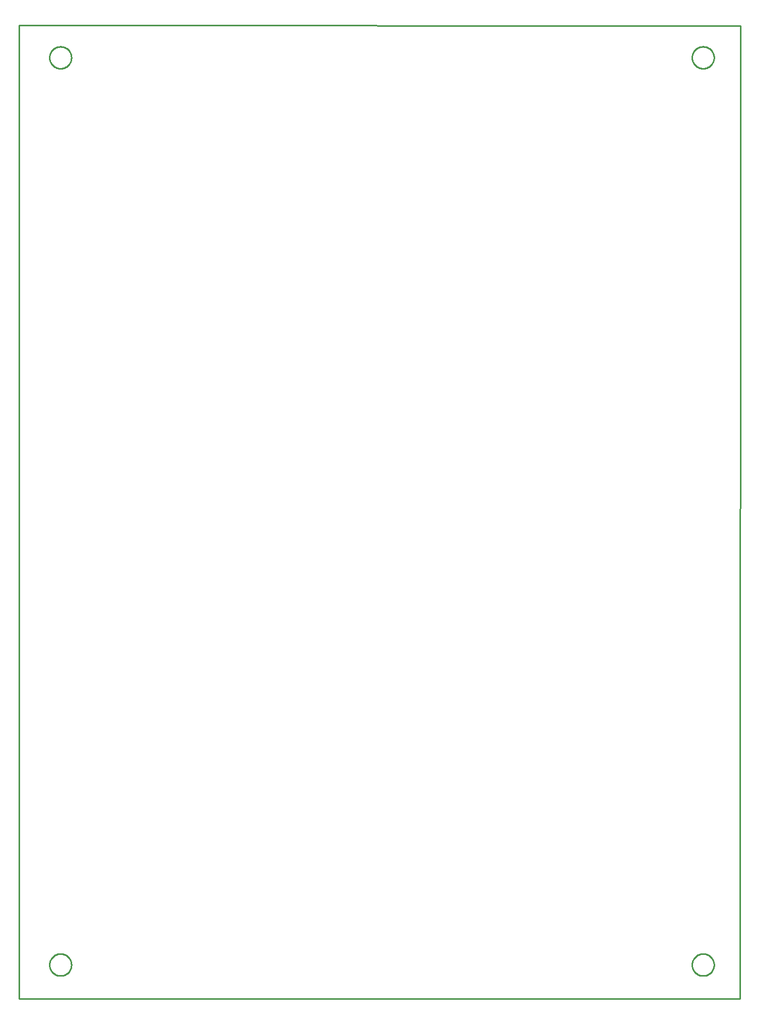
<source format=gbr>
G04 EAGLE Gerber RS-274X export*
G75*
%MOMM*%
%FSLAX34Y34*%
%LPD*%
%IN*%
%IPPOS*%
%AMOC8*
5,1,8,0,0,1.08239X$1,22.5*%
G01*
%ADD10C,0.254000*%


D10*
X96012Y-220218D02*
X1280722Y-219964D01*
X1281738Y1377952D01*
X96266Y1378714D01*
X96012Y-220218D01*
X182338Y-164927D02*
X182261Y-166103D01*
X182107Y-167272D01*
X181877Y-168428D01*
X181572Y-169566D01*
X181193Y-170682D01*
X180742Y-171771D01*
X180221Y-172828D01*
X179632Y-173848D01*
X178977Y-174828D01*
X178260Y-175763D01*
X177483Y-176649D01*
X176649Y-177483D01*
X175763Y-178260D01*
X174828Y-178977D01*
X173848Y-179632D01*
X172828Y-180221D01*
X171771Y-180742D01*
X170682Y-181193D01*
X169566Y-181572D01*
X168428Y-181877D01*
X167272Y-182107D01*
X166103Y-182261D01*
X164927Y-182338D01*
X163749Y-182338D01*
X162573Y-182261D01*
X161404Y-182107D01*
X160248Y-181877D01*
X159110Y-181572D01*
X157994Y-181193D01*
X156905Y-180742D01*
X155848Y-180221D01*
X154828Y-179632D01*
X153848Y-178977D01*
X152913Y-178260D01*
X152027Y-177483D01*
X151193Y-176649D01*
X150416Y-175763D01*
X149699Y-174828D01*
X149044Y-173848D01*
X148455Y-172828D01*
X147934Y-171771D01*
X147483Y-170682D01*
X147104Y-169566D01*
X146799Y-168428D01*
X146569Y-167272D01*
X146415Y-166103D01*
X146338Y-164927D01*
X146338Y-163749D01*
X146415Y-162573D01*
X146569Y-161404D01*
X146799Y-160248D01*
X147104Y-159110D01*
X147483Y-157994D01*
X147934Y-156905D01*
X148455Y-155848D01*
X149044Y-154828D01*
X149699Y-153848D01*
X150416Y-152913D01*
X151193Y-152027D01*
X152027Y-151193D01*
X152913Y-150416D01*
X153848Y-149699D01*
X154828Y-149044D01*
X155848Y-148455D01*
X156905Y-147934D01*
X157994Y-147483D01*
X159110Y-147104D01*
X160248Y-146799D01*
X161404Y-146569D01*
X162573Y-146415D01*
X163749Y-146338D01*
X164927Y-146338D01*
X166103Y-146415D01*
X167272Y-146569D01*
X168428Y-146799D01*
X169566Y-147104D01*
X170682Y-147483D01*
X171771Y-147934D01*
X172828Y-148455D01*
X173848Y-149044D01*
X174828Y-149699D01*
X175763Y-150416D01*
X176649Y-151193D01*
X177483Y-152027D01*
X178260Y-152913D01*
X178977Y-153848D01*
X179632Y-154828D01*
X180221Y-155848D01*
X180742Y-156905D01*
X181193Y-157994D01*
X181572Y-159110D01*
X181877Y-160248D01*
X182107Y-161404D01*
X182261Y-162573D01*
X182338Y-163749D01*
X182338Y-164927D01*
X1238216Y-164927D02*
X1238139Y-166103D01*
X1237985Y-167272D01*
X1237755Y-168428D01*
X1237450Y-169566D01*
X1237071Y-170682D01*
X1236620Y-171771D01*
X1236099Y-172828D01*
X1235510Y-173848D01*
X1234855Y-174828D01*
X1234138Y-175763D01*
X1233361Y-176649D01*
X1232527Y-177483D01*
X1231641Y-178260D01*
X1230706Y-178977D01*
X1229726Y-179632D01*
X1228706Y-180221D01*
X1227649Y-180742D01*
X1226560Y-181193D01*
X1225444Y-181572D01*
X1224306Y-181877D01*
X1223150Y-182107D01*
X1221981Y-182261D01*
X1220805Y-182338D01*
X1219627Y-182338D01*
X1218451Y-182261D01*
X1217282Y-182107D01*
X1216126Y-181877D01*
X1214988Y-181572D01*
X1213872Y-181193D01*
X1212783Y-180742D01*
X1211726Y-180221D01*
X1210706Y-179632D01*
X1209726Y-178977D01*
X1208791Y-178260D01*
X1207905Y-177483D01*
X1207071Y-176649D01*
X1206294Y-175763D01*
X1205577Y-174828D01*
X1204922Y-173848D01*
X1204333Y-172828D01*
X1203812Y-171771D01*
X1203361Y-170682D01*
X1202982Y-169566D01*
X1202677Y-168428D01*
X1202447Y-167272D01*
X1202293Y-166103D01*
X1202216Y-164927D01*
X1202216Y-163749D01*
X1202293Y-162573D01*
X1202447Y-161404D01*
X1202677Y-160248D01*
X1202982Y-159110D01*
X1203361Y-157994D01*
X1203812Y-156905D01*
X1204333Y-155848D01*
X1204922Y-154828D01*
X1205577Y-153848D01*
X1206294Y-152913D01*
X1207071Y-152027D01*
X1207905Y-151193D01*
X1208791Y-150416D01*
X1209726Y-149699D01*
X1210706Y-149044D01*
X1211726Y-148455D01*
X1212783Y-147934D01*
X1213872Y-147483D01*
X1214988Y-147104D01*
X1216126Y-146799D01*
X1217282Y-146569D01*
X1218451Y-146415D01*
X1219627Y-146338D01*
X1220805Y-146338D01*
X1221981Y-146415D01*
X1223150Y-146569D01*
X1224306Y-146799D01*
X1225444Y-147104D01*
X1226560Y-147483D01*
X1227649Y-147934D01*
X1228706Y-148455D01*
X1229726Y-149044D01*
X1230706Y-149699D01*
X1231641Y-150416D01*
X1232527Y-151193D01*
X1233361Y-152027D01*
X1234138Y-152913D01*
X1234855Y-153848D01*
X1235510Y-154828D01*
X1236099Y-155848D01*
X1236620Y-156905D01*
X1237071Y-157994D01*
X1237450Y-159110D01*
X1237755Y-160248D01*
X1237985Y-161404D01*
X1238139Y-162573D01*
X1238216Y-163749D01*
X1238216Y-164927D01*
X182338Y1324783D02*
X182261Y1323607D01*
X182107Y1322438D01*
X181877Y1321282D01*
X181572Y1320144D01*
X181193Y1319028D01*
X180742Y1317939D01*
X180221Y1316882D01*
X179632Y1315862D01*
X178977Y1314882D01*
X178260Y1313947D01*
X177483Y1313061D01*
X176649Y1312227D01*
X175763Y1311450D01*
X174828Y1310733D01*
X173848Y1310078D01*
X172828Y1309489D01*
X171771Y1308968D01*
X170682Y1308517D01*
X169566Y1308138D01*
X168428Y1307833D01*
X167272Y1307603D01*
X166103Y1307449D01*
X164927Y1307372D01*
X163749Y1307372D01*
X162573Y1307449D01*
X161404Y1307603D01*
X160248Y1307833D01*
X159110Y1308138D01*
X157994Y1308517D01*
X156905Y1308968D01*
X155848Y1309489D01*
X154828Y1310078D01*
X153848Y1310733D01*
X152913Y1311450D01*
X152027Y1312227D01*
X151193Y1313061D01*
X150416Y1313947D01*
X149699Y1314882D01*
X149044Y1315862D01*
X148455Y1316882D01*
X147934Y1317939D01*
X147483Y1319028D01*
X147104Y1320144D01*
X146799Y1321282D01*
X146569Y1322438D01*
X146415Y1323607D01*
X146338Y1324783D01*
X146338Y1325961D01*
X146415Y1327137D01*
X146569Y1328306D01*
X146799Y1329462D01*
X147104Y1330600D01*
X147483Y1331716D01*
X147934Y1332805D01*
X148455Y1333862D01*
X149044Y1334882D01*
X149699Y1335862D01*
X150416Y1336797D01*
X151193Y1337683D01*
X152027Y1338517D01*
X152913Y1339294D01*
X153848Y1340011D01*
X154828Y1340666D01*
X155848Y1341255D01*
X156905Y1341776D01*
X157994Y1342227D01*
X159110Y1342606D01*
X160248Y1342911D01*
X161404Y1343141D01*
X162573Y1343295D01*
X163749Y1343372D01*
X164927Y1343372D01*
X166103Y1343295D01*
X167272Y1343141D01*
X168428Y1342911D01*
X169566Y1342606D01*
X170682Y1342227D01*
X171771Y1341776D01*
X172828Y1341255D01*
X173848Y1340666D01*
X174828Y1340011D01*
X175763Y1339294D01*
X176649Y1338517D01*
X177483Y1337683D01*
X178260Y1336797D01*
X178977Y1335862D01*
X179632Y1334882D01*
X180221Y1333862D01*
X180742Y1332805D01*
X181193Y1331716D01*
X181572Y1330600D01*
X181877Y1329462D01*
X182107Y1328306D01*
X182261Y1327137D01*
X182338Y1325961D01*
X182338Y1324783D01*
X1238216Y1324783D02*
X1238139Y1323607D01*
X1237985Y1322438D01*
X1237755Y1321282D01*
X1237450Y1320144D01*
X1237071Y1319028D01*
X1236620Y1317939D01*
X1236099Y1316882D01*
X1235510Y1315862D01*
X1234855Y1314882D01*
X1234138Y1313947D01*
X1233361Y1313061D01*
X1232527Y1312227D01*
X1231641Y1311450D01*
X1230706Y1310733D01*
X1229726Y1310078D01*
X1228706Y1309489D01*
X1227649Y1308968D01*
X1226560Y1308517D01*
X1225444Y1308138D01*
X1224306Y1307833D01*
X1223150Y1307603D01*
X1221981Y1307449D01*
X1220805Y1307372D01*
X1219627Y1307372D01*
X1218451Y1307449D01*
X1217282Y1307603D01*
X1216126Y1307833D01*
X1214988Y1308138D01*
X1213872Y1308517D01*
X1212783Y1308968D01*
X1211726Y1309489D01*
X1210706Y1310078D01*
X1209726Y1310733D01*
X1208791Y1311450D01*
X1207905Y1312227D01*
X1207071Y1313061D01*
X1206294Y1313947D01*
X1205577Y1314882D01*
X1204922Y1315862D01*
X1204333Y1316882D01*
X1203812Y1317939D01*
X1203361Y1319028D01*
X1202982Y1320144D01*
X1202677Y1321282D01*
X1202447Y1322438D01*
X1202293Y1323607D01*
X1202216Y1324783D01*
X1202216Y1325961D01*
X1202293Y1327137D01*
X1202447Y1328306D01*
X1202677Y1329462D01*
X1202982Y1330600D01*
X1203361Y1331716D01*
X1203812Y1332805D01*
X1204333Y1333862D01*
X1204922Y1334882D01*
X1205577Y1335862D01*
X1206294Y1336797D01*
X1207071Y1337683D01*
X1207905Y1338517D01*
X1208791Y1339294D01*
X1209726Y1340011D01*
X1210706Y1340666D01*
X1211726Y1341255D01*
X1212783Y1341776D01*
X1213872Y1342227D01*
X1214988Y1342606D01*
X1216126Y1342911D01*
X1217282Y1343141D01*
X1218451Y1343295D01*
X1219627Y1343372D01*
X1220805Y1343372D01*
X1221981Y1343295D01*
X1223150Y1343141D01*
X1224306Y1342911D01*
X1225444Y1342606D01*
X1226560Y1342227D01*
X1227649Y1341776D01*
X1228706Y1341255D01*
X1229726Y1340666D01*
X1230706Y1340011D01*
X1231641Y1339294D01*
X1232527Y1338517D01*
X1233361Y1337683D01*
X1234138Y1336797D01*
X1234855Y1335862D01*
X1235510Y1334882D01*
X1236099Y1333862D01*
X1236620Y1332805D01*
X1237071Y1331716D01*
X1237450Y1330600D01*
X1237755Y1329462D01*
X1237985Y1328306D01*
X1238139Y1327137D01*
X1238216Y1325961D01*
X1238216Y1324783D01*
M02*

</source>
